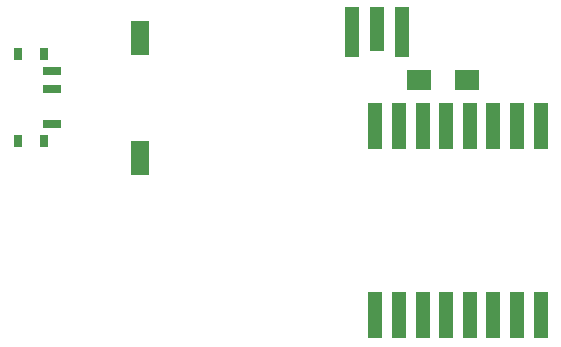
<source format=gbr>
G04 #@! TF.FileFunction,Paste,Bot*
%FSLAX46Y46*%
G04 Gerber Fmt 4.6, Leading zero omitted, Abs format (unit mm)*
G04 Created by KiCad (PCBNEW 4.0.4-stable) date 04/18/19 20:28:09*
%MOMM*%
%LPD*%
G01*
G04 APERTURE LIST*
%ADD10C,0.100000*%
%ADD11R,1.270000X4.191000*%
%ADD12R,1.270000X3.683000*%
%ADD13R,1.200000X4.000000*%
%ADD14R,1.500000X0.700000*%
%ADD15R,0.800000X1.000000*%
%ADD16R,1.500000X3.000000*%
%ADD17R,2.000000X1.700000*%
G04 APERTURE END LIST*
D10*
D11*
X126885700Y-36893500D03*
X131178300Y-36893500D03*
D12*
X129032000Y-36639500D03*
D11*
X126885700Y-36893500D03*
X131178300Y-36893500D03*
D13*
X142890000Y-60832000D03*
X140890000Y-60832000D03*
X138890000Y-60832000D03*
X136890000Y-60832000D03*
X134890000Y-60832000D03*
X132890000Y-60832000D03*
X130890000Y-60832000D03*
X128890000Y-60832000D03*
X128890000Y-44832000D03*
X130890000Y-44832000D03*
X132890000Y-44832000D03*
X134890000Y-44832000D03*
X136890000Y-44832000D03*
X138890000Y-44832000D03*
X140890000Y-44832000D03*
X142890000Y-44832000D03*
D14*
X101506000Y-44668000D03*
X101506000Y-41668000D03*
X101506000Y-40168000D03*
D15*
X98646000Y-46068000D03*
X98646000Y-38768000D03*
X100856000Y-38768000D03*
X100856000Y-46068000D03*
D16*
X108966000Y-47498000D03*
X108966000Y-37338000D03*
D17*
X136620000Y-40894000D03*
X132620000Y-40894000D03*
M02*

</source>
